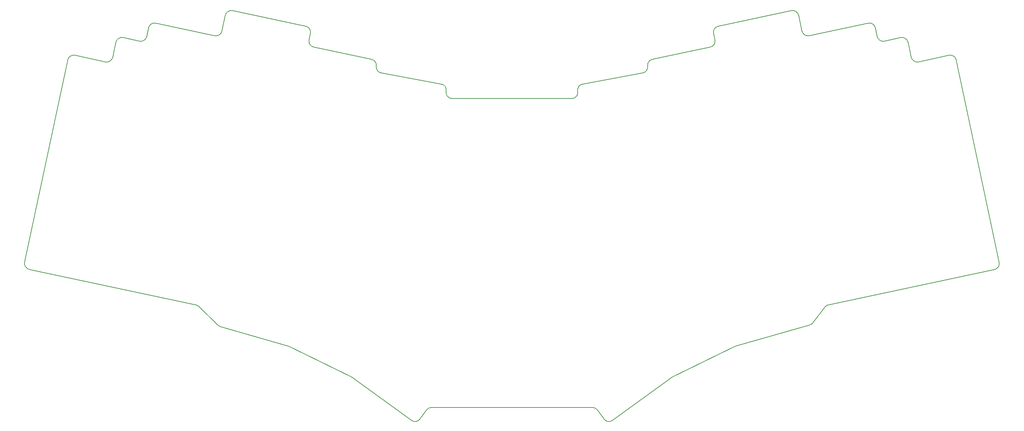
<source format=gbr>
%TF.GenerationSoftware,KiCad,Pcbnew,8.0.1*%
%TF.CreationDate,2025-12-13T21:48:51+01:00*%
%TF.ProjectId,fat_cruiser,6661745f-6372-4756-9973-65722e6b6963,v2.0.0*%
%TF.SameCoordinates,Original*%
%TF.FileFunction,Profile,NP*%
%FSLAX46Y46*%
G04 Gerber Fmt 4.6, Leading zero omitted, Abs format (unit mm)*
G04 Created by KiCad (PCBNEW 8.0.1) date 2025-12-13 21:48:51*
%MOMM*%
%LPD*%
G01*
G04 APERTURE LIST*
%TA.AperFunction,Profile*%
%ADD10C,0.150000*%
%TD*%
G04 APERTURE END LIST*
D10*
X33679768Y-109377394D02*
X44366430Y-59100607D01*
X46145517Y-57945254D02*
X53775070Y-59566965D01*
X55554159Y-58411612D02*
X56344222Y-54694651D01*
X58123310Y-53539296D02*
X62231529Y-54412526D01*
X64010622Y-53257173D02*
X64468027Y-51105249D01*
X66247114Y-49949894D02*
X80919328Y-53068568D01*
X82698419Y-51913215D02*
X83530062Y-48000624D01*
X85309152Y-46845270D02*
X103502700Y-50712428D01*
X104658052Y-52491517D02*
X104312917Y-54115242D01*
X105468274Y-55894333D02*
X119864183Y-58954276D01*
X121051947Y-60454774D02*
X121043526Y-60834186D01*
X122272971Y-62342925D02*
X137209989Y-65078198D01*
X138407023Y-66865534D02*
X138406076Y-66869983D01*
X139873297Y-68681851D02*
X169631350Y-68681851D01*
X171098575Y-66869985D02*
X171097626Y-66865531D01*
X172294659Y-65078199D02*
X187231680Y-62342926D01*
X188461125Y-60834184D02*
X188452705Y-60454774D01*
X189640466Y-58954276D02*
X204036378Y-55894331D01*
X205191728Y-54115243D02*
X204846600Y-52491517D01*
X206001950Y-50712427D02*
X224195496Y-46845272D01*
X225974587Y-48000625D02*
X226806231Y-51913213D01*
X228585320Y-53068569D02*
X243257535Y-49949896D01*
X245036624Y-51105246D02*
X245494029Y-53257174D01*
X247273118Y-54412525D02*
X251381341Y-53539296D01*
X253160427Y-54694651D02*
X253950493Y-58411610D01*
X255729580Y-59566967D02*
X263359131Y-57945256D01*
X265138221Y-59100609D02*
X275824880Y-109377395D01*
X274669529Y-111156485D02*
X233370814Y-119934796D01*
X232487035Y-120496243D02*
X229505847Y-124431501D01*
X228723657Y-124967620D02*
X210297231Y-130251312D01*
X210053131Y-130345015D02*
X194641390Y-137861820D01*
X179718429Y-148675821D02*
X194417272Y-137996488D01*
X177623225Y-148343973D02*
X175956436Y-146049832D01*
X174742909Y-145431512D02*
X134761740Y-145431511D01*
X133548212Y-146049834D02*
X131881424Y-148343973D01*
X115087379Y-137996487D02*
X129786219Y-148675819D01*
X114863259Y-137861819D02*
X99451518Y-130345014D01*
X99207419Y-130251311D02*
X82398296Y-125431373D01*
X81758655Y-125057651D02*
X76992558Y-120358820D01*
X76251330Y-119959771D02*
X34835120Y-111156484D01*
X44366429Y-59100607D02*
G75*
G02*
X46145514Y-57945272I1467189J-311842D01*
G01*
X55554158Y-58411612D02*
G75*
G02*
X53775064Y-59566995I-1467243J311862D01*
G01*
X56344223Y-54694651D02*
G75*
G02*
X58123298Y-53539353I1467194J-311900D01*
G01*
X64010618Y-53257171D02*
G75*
G02*
X62231527Y-54412537I-1467202J311822D01*
G01*
X64468027Y-51105249D02*
G75*
G02*
X66247101Y-49949957I1467189J-311900D01*
G01*
X82698418Y-51913215D02*
G75*
G02*
X80919332Y-53068548I-1467202J311866D01*
G01*
X83530063Y-48000624D02*
G75*
G02*
X85309167Y-46845202I1467252J-311824D01*
G01*
X103502700Y-50712429D02*
G75*
G02*
X104658041Y-52491515I-311883J-1467220D01*
G01*
X105468274Y-55894333D02*
G75*
G02*
X104312945Y-54115249I311843J1467184D01*
G01*
X119864183Y-58954277D02*
G75*
G02*
X121051898Y-60454773I-311867J-1467172D01*
G01*
X122272971Y-62342925D02*
G75*
G02*
X121043480Y-60834185I270142J1475476D01*
G01*
X137209989Y-65078199D02*
G75*
G02*
X138407018Y-66865533I-270172J-1475451D01*
G01*
X139873297Y-68681851D02*
G75*
G02*
X138406087Y-66869985I17J1500004D01*
G01*
X171098575Y-66869985D02*
G75*
G02*
X169631350Y-68681886I-1467260J-311864D01*
G01*
X171097627Y-66865531D02*
G75*
G02*
X172294661Y-65078211I1467186J311880D01*
G01*
X188461124Y-60834184D02*
G75*
G02*
X187231675Y-62342898I-1499609J-33266D01*
G01*
X188452705Y-60454774D02*
G75*
G02*
X189640459Y-58954245I1499610J33326D01*
G01*
X205191733Y-54115245D02*
G75*
G02*
X204036387Y-55894373I-1467218J-311903D01*
G01*
X204846600Y-52491517D02*
G75*
G02*
X206001951Y-50712432I1467215J311869D01*
G01*
X224195496Y-46845272D02*
G75*
G02*
X225974495Y-48000645I311818J-1467179D01*
G01*
X228585320Y-53068569D02*
G75*
G02*
X226806188Y-51913222I-311905J1467221D01*
G01*
X243257535Y-49949897D02*
G75*
G02*
X245036660Y-51105238I311880J-1467251D01*
G01*
X247273118Y-54412524D02*
G75*
G02*
X245494022Y-53257171I-311903J1467176D01*
G01*
X251381341Y-53539296D02*
G75*
G02*
X253160460Y-54694644I311874J-1467252D01*
G01*
X255729580Y-59566967D02*
G75*
G02*
X253950496Y-58411609I-311865J1467218D01*
G01*
X263359134Y-57945258D02*
G75*
G02*
X265138217Y-59100610I311883J-1467191D01*
G01*
X275824879Y-109377395D02*
G75*
G02*
X274669532Y-111156501I-1467265J-311854D01*
G01*
X232487035Y-120496243D02*
G75*
G02*
X233370812Y-119934788I1195681J-905805D01*
G01*
X229505847Y-124431501D02*
G75*
G02*
X228723657Y-124967618I-1195633J905754D01*
G01*
X210053131Y-130345015D02*
G75*
G02*
X210297229Y-130251306I657586J-1348134D01*
G01*
X194417272Y-137996488D02*
G75*
G02*
X194641391Y-137861823I881643J-1213462D01*
G01*
X179718428Y-148675820D02*
G75*
G02*
X177623179Y-148344006I-881711J1213570D01*
G01*
X174742909Y-145431512D02*
G75*
G02*
X175956451Y-146049821I7J-1500038D01*
G01*
X133548212Y-146049834D02*
G75*
G02*
X134761740Y-145431547I1213501J-881715D01*
G01*
X131881423Y-148343973D02*
G75*
G02*
X129786239Y-148675792I-1213508J881724D01*
G01*
X114863259Y-137861819D02*
G75*
G02*
X115087378Y-137996488I-657544J-1348130D01*
G01*
X99207419Y-130251311D02*
G75*
G02*
X99451521Y-130345008I-413405J-1441838D01*
G01*
X82398296Y-125431373D02*
G75*
G02*
X81758640Y-125057667I413420J1441923D01*
G01*
X76251330Y-119959771D02*
G75*
G02*
X76992533Y-120358845I-311913J-1467176D01*
G01*
X34835122Y-111156483D02*
G75*
G02*
X33679772Y-109377395I311895J1467236D01*
G01*
M02*

</source>
